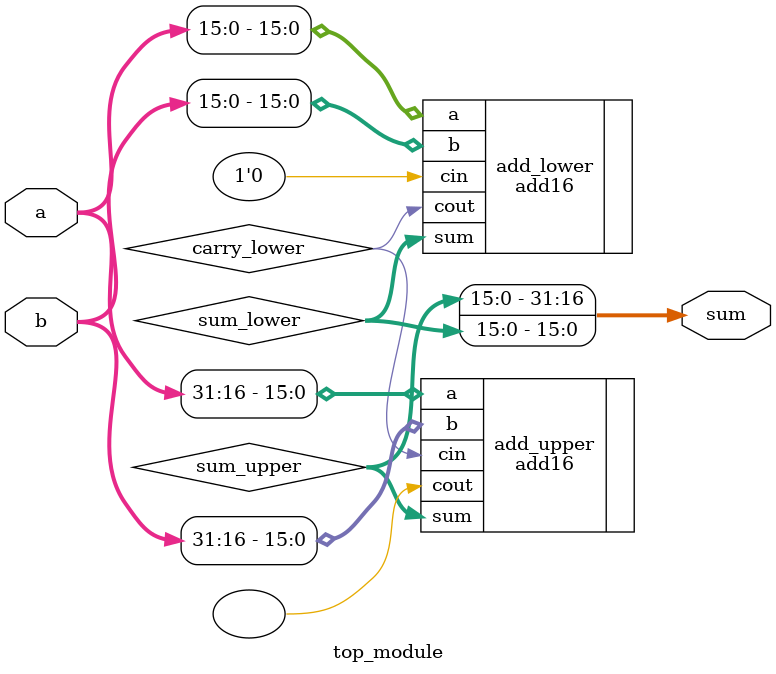
<source format=v>
/*You are given a module add16 that performs a 16-bit addition. Instantiate two of them to create a 32-bit adder. One add16 module computes the lower 16 bits of the addition result, while the second add16 module computes the upper 16 bits of the result, after receiving the carry-out from the first adder. Your 32-bit adder does not need to handle carry-in (assume 0) or carry-out (ignored), but the internal modules need to in order to function correctly. (In other words, the add16 module performs 16-bit a + b + cin, while your module performs 32-bit a + b).

Connect the modules together as shown in the diagram below. The provided module add16 has the following declaration:

module add16 ( input[15:0] a, input[15:0] b, input cin, output[15:0] sum, output cout );*/

module top_module (
    input  [31:0] a,
    input  [31:0] b,
    output [31:0] sum
);
    wire [15:0] sum_lower;
    wire [15:0] sum_upper;
    wire carry_lower;

    // Lower 16 bits adder
    add16 add_lower (
        .a   (a[15:0]),
        .b   (b[15:0]),
        .cin (1'b0),           // carry-in is 0 at top level
        .sum (sum_lower),
        .cout(carry_lower)
    );

    // Upper 16 bits adder
    add16 add_upper (
        .a   (a[31:16]),
        .b   (b[31:16]),
        .cin (carry_lower),    // propagate carry from lower
        .sum (sum_upper),
        .cout()                // final carry-out is ignored
    );

    // Combine both halves to form 32-bit sum
    assign sum = {sum_upper, sum_lower};

endmodule


</source>
